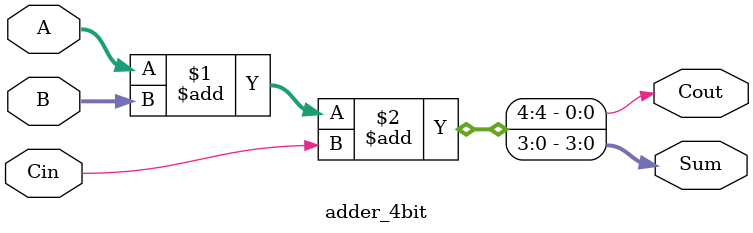
<source format=v>
module adder_4bit(
    input [3:0] A,
    input [3:0] B,
    input Cin,        // Carry-in
    output [3:0] Sum,
    output Cout       // Carry-out
);
    assign {Cout, Sum} = A + B + Cin;
endmodule


</source>
